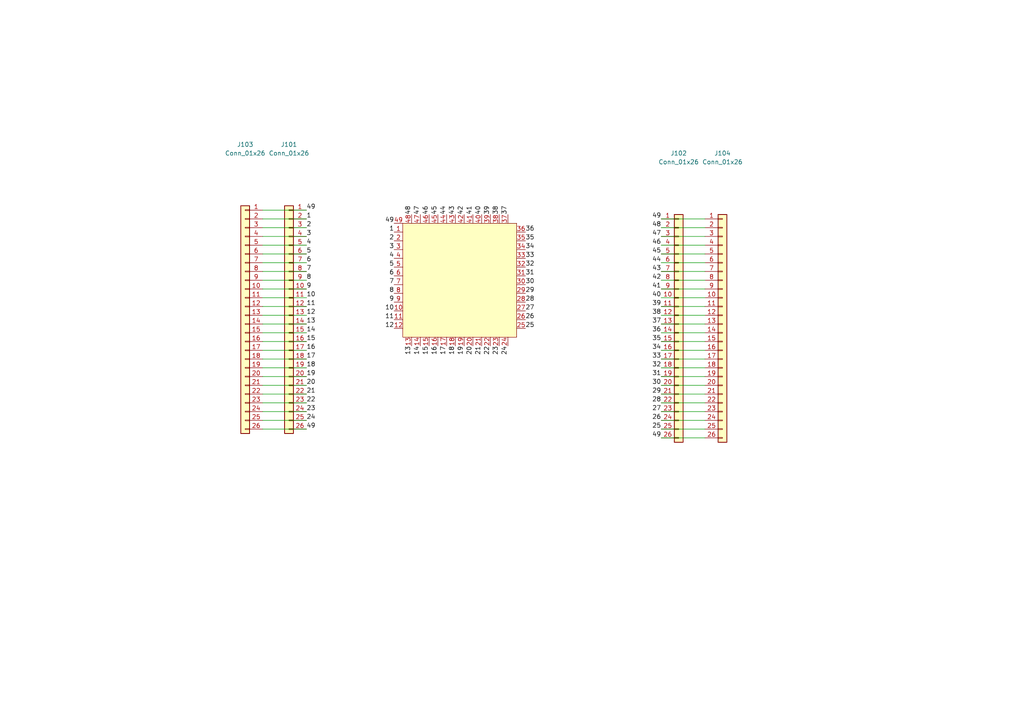
<source format=kicad_sch>
(kicad_sch (version 20250114) (generator "eeschema") (generator_version "9.0")
  (paper "A4")
  (lib_symbols
    (symbol "Connector_Generic:Conn_01x26" (pin_names (offset 1.016) (hide yes))
      (property "Reference" "J" (at 0 33.02 0))
      (property "Value" "Conn_01x26" (at 0 -35.56 0))
      (symbol "Conn_01x26_1_1"
        (rectangle (start -1.27 31.75) (end 1.27 -34.29) (stroke (width 0.254)) (fill (type background)))
        (rectangle (start -1.27 30.607) (end 0 30.353) (stroke (width 0.1524)))
        (rectangle (start -1.27 28.067) (end 0 27.813) (stroke (width 0.1524)))
        (rectangle (start -1.27 25.527) (end 0 25.273) (stroke (width 0.1524)))
        (rectangle (start -1.27 22.987) (end 0 22.733) (stroke (width 0.1524)))
        (rectangle (start -1.27 20.447) (end 0 20.193) (stroke (width 0.1524)))
        (rectangle (start -1.27 17.907) (end 0 17.653) (stroke (width 0.1524)))
        (rectangle (start -1.27 15.367) (end 0 15.113) (stroke (width 0.1524)))
        (rectangle (start -1.27 12.827) (end 0 12.573) (stroke (width 0.1524)))
        (rectangle (start -1.27 10.287) (end 0 10.033) (stroke (width 0.1524)))
        (rectangle (start -1.27 7.747) (end 0 7.493) (stroke (width 0.1524)))
        (rectangle (start -1.27 5.207) (end 0 4.953) (stroke (width 0.1524)))
        (rectangle (start -1.27 2.667) (end 0 2.413) (stroke (width 0.1524)))
        (rectangle (start -1.27 0.127) (end 0 -0.127) (stroke (width 0.1524)))
        (rectangle (start -1.27 -2.413) (end 0 -2.667) (stroke (width 0.1524)))
        (rectangle (start -1.27 -4.953) (end 0 -5.207) (stroke (width 0.1524)))
        (rectangle (start -1.27 -7.493) (end 0 -7.747) (stroke (width 0.1524)))
        (rectangle (start -1.27 -10.033) (end 0 -10.287) (stroke (width 0.1524)))
        (rectangle (start -1.27 -12.573) (end 0 -12.827) (stroke (width 0.1524)))
        (rectangle (start -1.27 -15.113) (end 0 -15.367) (stroke (width 0.1524)))
        (rectangle (start -1.27 -17.653) (end 0 -17.907) (stroke (width 0.1524)))
        (rectangle (start -1.27 -20.193) (end 0 -20.447) (stroke (width 0.1524)))
        (rectangle (start -1.27 -22.733) (end 0 -22.987) (stroke (width 0.1524)))
        (rectangle (start -1.27 -25.273) (end 0 -25.527) (stroke (width 0.1524)))
        (rectangle (start -1.27 -27.813) (end 0 -28.067) (stroke (width 0.1524)))
        (rectangle (start -1.27 -30.353) (end 0 -30.607) (stroke (width 0.1524)))
        (rectangle (start -1.27 -32.893) (end 0 -33.147) (stroke (width 0.1524)))
        (pin passive line (at -5.08 30.48 0) (length 3.81) (name "Pin_1") (number "1"))
        (pin passive line (at -5.08 27.94 0) (length 3.81) (name "Pin_2") (number "2"))
        (pin passive line (at -5.08 25.4 0) (length 3.81) (name "Pin_3") (number "3"))
        (pin passive line (at -5.08 22.86 0) (length 3.81) (name "Pin_4") (number "4"))
        (pin passive line (at -5.08 20.32 0) (length 3.81) (name "Pin_5") (number "5"))
        (pin passive line (at -5.08 17.78 0) (length 3.81) (name "Pin_6") (number "6"))
        (pin passive line (at -5.08 15.24 0) (length 3.81) (name "Pin_7") (number "7"))
        (pin passive line (at -5.08 12.7 0) (length 3.81) (name "Pin_8") (number "8"))
        (pin passive line (at -5.08 10.16 0) (length 3.81) (name "Pin_9") (number "9"))
        (pin passive line (at -5.08 7.62 0) (length 3.81) (name "Pin_10") (number "10"))
        (pin passive line (at -5.08 5.08 0) (length 3.81) (name "Pin_11") (number "11"))
        (pin passive line (at -5.08 2.54 0) (length 3.81) (name "Pin_12") (number "12"))
        (pin passive line (at -5.08 0 0) (length 3.81) (name "Pin_13") (number "13"))
        (pin passive line (at -5.08 -2.54 0) (length 3.81) (name "Pin_14") (number "14"))
        (pin passive line (at -5.08 -5.08 0) (length 3.81) (name "Pin_15") (number "15"))
        (pin passive line (at -5.08 -7.62 0) (length 3.81) (name "Pin_16") (number "16"))
        (pin passive line (at -5.08 -10.16 0) (length 3.81) (name "Pin_17") (number "17"))
        (pin passive line (at -5.08 -12.7 0) (length 3.81) (name "Pin_18") (number "18"))
        (pin passive line (at -5.08 -15.24 0) (length 3.81) (name "Pin_19") (number "19"))
        (pin passive line (at -5.08 -17.78 0) (length 3.81) (name "Pin_20") (number "20"))
        (pin passive line (at -5.08 -20.32 0) (length 3.81) (name "Pin_21") (number "21"))
        (pin passive line (at -5.08 -22.86 0) (length 3.81) (name "Pin_22") (number "22"))
        (pin passive line (at -5.08 -25.4 0) (length 3.81) (name "Pin_23") (number "23"))
        (pin passive line (at -5.08 -27.94 0) (length 3.81) (name "Pin_24") (number "24"))
        (pin passive line (at -5.08 -30.48 0) (length 3.81) (name "Pin_25") (number "25"))
        (pin passive line (at -5.08 -33.02 0) (length 3.81) (name "Pin_26") (number "26"))
      )
    )
    (symbol "Interface_Ethernet:VSC8541XMV-0x"
      (symbol "VSC8541XMV-0x_0_0"
        (pin unspecified line (at -24.13 22.86 0) (length 2.54) (name "") (number "49"))
        (pin unspecified line (at -24.13 20.32 0) (length 2.54) (name "") (number "1"))
        (pin unspecified line (at -24.13 17.78 0) (length 2.54) (name "") (number "2"))
        (pin unspecified line (at -24.13 15.24 0) (length 2.54) (name "") (number "3"))
        (pin unspecified line (at -24.13 12.7 0) (length 2.54) (name "") (number "4"))
        (pin unspecified line (at -24.13 10.16 0) (length 2.54) (name "") (number "5"))
        (pin unspecified line (at -24.13 7.62 0) (length 2.54) (name "") (number "6"))
        (pin unspecified line (at -24.13 5.08 0) (length 2.54) (name "") (number "7"))
        (pin unspecified line (at -24.13 2.54 0) (length 2.54) (name "") (number "8"))
        (pin unspecified line (at -24.13 0 0) (length 2.54) (name "") (number "9"))
        (pin unspecified line (at -24.13 -2.54 0) (length 2.54) (name "") (number "10"))
        (pin unspecified line (at -24.13 -5.08 0) (length 2.54) (name "") (number "11"))
        (pin unspecified line (at -24.13 -7.62 0) (length 2.54) (name "") (number "12"))
        (pin unspecified line (at -19.05 25.4 270) (length 2.54) (name "") (number "48"))
        (pin unspecified line (at -19.05 -12.7 90) (length 2.54) (name "") (number "13"))
        (pin unspecified line (at -16.51 25.4 270) (length 2.54) (name "") (number "47"))
        (pin unspecified line (at -16.51 -12.7 90) (length 2.54) (name "") (number "14"))
        (pin unspecified line (at -13.97 25.4 270) (length 2.54) (name "") (number "46"))
        (pin unspecified line (at -13.97 -12.7 90) (length 2.54) (name "") (number "15"))
        (pin unspecified line (at -11.43 25.4 270) (length 2.54) (name "") (number "45"))
        (pin unspecified line (at -11.43 -12.7 90) (length 2.54) (name "") (number "16"))
        (pin unspecified line (at -8.89 25.4 270) (length 2.54) (name "") (number "44"))
        (pin unspecified line (at -8.89 -12.7 90) (length 2.54) (name "") (number "17"))
        (pin unspecified line (at -6.35 25.4 270) (length 2.54) (name "") (number "43"))
        (pin unspecified line (at -6.35 -12.7 90) (length 2.54) (name "") (number "18"))
        (pin unspecified line (at -3.81 25.4 270) (length 2.54) (name "") (number "42"))
        (pin unspecified line (at -3.81 -12.7 90) (length 2.54) (name "") (number "19"))
        (pin unspecified line (at -1.27 25.4 270) (length 2.54) (name "") (number "41"))
        (pin unspecified line (at -1.27 -12.7 90) (length 2.54) (name "") (number "20"))
        (pin unspecified line (at 1.27 25.4 270) (length 2.54) (name "") (number "40"))
        (pin unspecified line (at 1.27 -12.7 90) (length 2.54) (name "") (number "21"))
        (pin unspecified line (at 3.81 25.4 270) (length 2.54) (name "") (number "39"))
        (pin unspecified line (at 3.81 -12.7 90) (length 2.54) (name "") (number "22"))
        (pin unspecified line (at 6.35 25.4 270) (length 2.54) (name "") (number "38"))
        (pin unspecified line (at 6.35 -12.7 90) (length 2.54) (name "") (number "23"))
        (pin unspecified line (at 8.89 25.4 270) (length 2.54) (name "") (number "37"))
        (pin unspecified line (at 8.89 -12.7 90) (length 2.54) (name "") (number "24"))
        (pin unspecified line (at 13.97 20.32 180) (length 2.54) (name "") (number "36"))
        (pin unspecified line (at 13.97 17.78 180) (length 2.54) (name "") (number "35"))
        (pin unspecified line (at 13.97 15.24 180) (length 2.54) (name "") (number "34"))
        (pin unspecified line (at 13.97 12.7 180) (length 2.54) (name "") (number "33"))
        (pin unspecified line (at 13.97 10.16 180) (length 2.54) (name "") (number "32"))
        (pin unspecified line (at 13.97 7.62 180) (length 2.54) (name "") (number "31"))
        (pin unspecified line (at 13.97 5.08 180) (length 2.54) (name "") (number "30"))
        (pin unspecified line (at 13.97 2.54 180) (length 2.54) (name "") (number "29"))
        (pin unspecified line (at 13.97 0 180) (length 2.54) (name "") (number "28"))
        (pin unspecified line (at 13.97 -2.54 180) (length 2.54) (name "") (number "27"))
        (pin unspecified line (at 13.97 -5.08 180) (length 2.54) (name "") (number "26"))
        (pin unspecified line (at 13.97 -7.62 180) (length 2.54) (name "") (number "25"))
      )
      (symbol "VSC8541XMV-0x_1_1"
        (rectangle (start -21.59 22.86) (end 11.43 -10.16) (fill (type background)))
      )
    )
  )
  (wire (pts (xy 204.47 124.46) (xy 191.77 124.46)))
  (wire (pts (xy 204.47 66.04) (xy 191.77 66.04)))
  (wire (pts (xy 76.2 121.92) (xy 88.9 121.92)))
  (wire (pts (xy 76.2 116.84) (xy 88.9 116.84)))
  (wire (pts (xy 76.2 60.96) (xy 88.9 60.96)))
  (wire (pts (xy 204.47 101.6) (xy 191.77 101.6)))
  (wire (pts (xy 204.47 111.76) (xy 191.77 111.76)))
  (wire (pts (xy 76.2 88.9) (xy 88.9 88.9)))
  (wire (pts (xy 76.2 111.76) (xy 88.9 111.76)))
  (wire (pts (xy 76.2 119.38) (xy 88.9 119.38)))
  (wire (pts (xy 204.47 121.92) (xy 191.77 121.92)))
  (wire (pts (xy 76.2 71.12) (xy 88.9 71.12)))
  (wire (pts (xy 204.47 81.28) (xy 191.77 81.28)))
  (wire (pts (xy 76.2 91.44) (xy 88.9 91.44)))
  (wire (pts (xy 76.2 63.5) (xy 88.9 63.5)))
  (wire (pts (xy 76.2 104.14) (xy 88.9 104.14)))
  (wire (pts (xy 76.2 66.04) (xy 88.9 66.04)))
  (wire (pts (xy 76.2 101.6) (xy 88.9 101.6)))
  (wire (pts (xy 204.47 88.9) (xy 191.77 88.9)))
  (wire (pts (xy 204.47 78.74) (xy 191.77 78.74)))
  (wire (pts (xy 204.47 76.2) (xy 191.77 76.2)))
  (wire (pts (xy 76.2 83.82) (xy 88.9 83.82)))
  (wire (pts (xy 204.47 104.14) (xy 191.77 104.14)))
  (wire (pts (xy 204.47 93.98) (xy 191.77 93.98)))
  (wire (pts (xy 204.47 73.66) (xy 191.77 73.66)))
  (wire (pts (xy 76.2 124.46) (xy 88.9 124.46)))
  (wire (pts (xy 76.2 114.3) (xy 88.9 114.3)))
  (wire (pts (xy 204.47 119.38) (xy 191.77 119.38)))
  (wire (pts (xy 204.47 96.52) (xy 191.77 96.52)))
  (wire (pts (xy 204.47 114.3) (xy 191.77 114.3)))
  (wire (pts (xy 76.2 81.28) (xy 88.9 81.28)))
  (wire (pts (xy 76.2 96.52) (xy 88.9 96.52)))
  (wire (pts (xy 204.47 63.5) (xy 191.77 63.5)))
  (wire (pts (xy 76.2 106.68) (xy 88.9 106.68)))
  (wire (pts (xy 204.47 116.84) (xy 191.77 116.84)))
  (wire (pts (xy 76.2 109.22) (xy 88.9 109.22)))
  (wire (pts (xy 204.47 127) (xy 191.77 127)))
  (wire (pts (xy 76.2 68.58) (xy 88.9 68.58)))
  (wire (pts (xy 204.47 106.68) (xy 191.77 106.68)))
  (wire (pts (xy 204.47 91.44) (xy 191.77 91.44)))
  (wire (pts (xy 76.2 99.06) (xy 88.9 99.06)))
  (wire (pts (xy 204.47 71.12) (xy 191.77 71.12)))
  (wire (pts (xy 76.2 78.74) (xy 88.9 78.74)))
  (wire (pts (xy 204.47 99.06) (xy 191.77 99.06)))
  (wire (pts (xy 204.47 83.82) (xy 191.77 83.82)))
  (wire (pts (xy 76.2 86.36) (xy 88.9 86.36)))
  (wire (pts (xy 204.47 86.36) (xy 191.77 86.36)))
  (wire (pts (xy 76.2 76.2) (xy 88.9 76.2)))
  (wire (pts (xy 204.47 68.58) (xy 191.77 68.58)))
  (wire (pts (xy 76.2 93.98) (xy 88.9 93.98)))
  (wire (pts (xy 76.2 73.66) (xy 88.9 73.66)))
  (wire (pts (xy 204.47 109.22) (xy 191.77 109.22)))
  (label "31" (at 191.77 109.22 180))
  (label "19" (at 88.9 109.22 0))
  (label "29" (at 191.77 114.3 180))
  (label "20" (at 88.9 111.76 0))
  (label "26" (at 191.77 121.92 180))
  (label "43" (at 191.77 78.74 180))
  (label "40" (at 191.77 86.36 180))
  (label "12" (at 88.9 91.44 0))
  (label "23" (at 88.9 119.38 0))
  (label "49" (at 88.9 124.46 0))
  (label "11" (at 88.9 88.9 0))
  (label "10" (at 88.9 86.36 0))
  (label "36" (at 191.77 96.52 180))
  (label "16" (at 88.9 101.6 0))
  (label "14" (at 88.9 96.52 0))
  (label "45" (at 191.77 73.66 180))
  (label "3" (at 88.9 68.58 0))
  (label "39" (at 191.77 88.9 180))
  (label "8" (at 88.9 81.28 0))
  (label "18" (at 88.9 106.68 0))
  (label "4" (at 88.9 71.12 0))
  (label "47" (at 191.77 68.58 180))
  (label "17" (at 88.9 104.14 0))
  (label "37" (at 191.77 93.98 180))
  (label "21" (at 88.9 114.3 0))
  (label "46" (at 191.77 71.12 180))
  (label "35" (at 191.77 99.06 180))
  (label "7" (at 88.9 78.74 0))
  (label "44" (at 191.77 76.2 180))
  (label "13" (at 88.9 93.98 0))
  (label "27" (at 191.77 119.38 180))
  (label "24" (at 88.9 121.92 0))
  (label "15" (at 88.9 99.06 0))
  (label "2" (at 88.9 66.04 0))
  (label "38" (at 191.77 91.44 180))
  (label "48" (at 191.77 66.04 180))
  (label "1" (at 88.9 63.5 0))
  (label "22" (at 88.9 116.84 0))
  (label "32" (at 191.77 106.68 180))
  (label "3" (at 114.3 72.39 180))
  (label "1" (at 114.3 67.31 180))
  (label "2" (at 114.3 69.85 180))
  (label "4" (at 114.3 74.93 180))
  (label "5" (at 114.3 77.47 180))
  (label "6" (at 114.3 80.01 180))
  (label "7" (at 114.3 82.55 180))
  (label "8" (at 114.3 85.09 180))
  (label "10" (at 114.3 90.17 180))
  (label "11" (at 114.3 92.71 180))
  (label "12" (at 114.3 95.25 180))
  (label "9" (at 114.3 87.63 180))
  (label "13" (at 119.38 100.33 270))
  (label "14" (at 121.92 100.33 270))
  (label "15" (at 124.46 100.33 270))
  (label "16" (at 127 100.33 270))
  (label "17" (at 129.54 100.33 270))
  (label "36" (at 152.4 67.31 0))
  (label "37" (at 147.32 62.23 90))
  (label "38" (at 144.78 62.23 90))
  (label "35" (at 152.4 69.85 0))
  (label "40" (at 139.7 62.23 90))
  (label "39" (at 142.24 62.23 90))
  (label "49" (at 114.3 64.77 180))
  (label "48" (at 119.38 62.23 90))
  (label "47" (at 121.92 62.23 90))
  (label "44" (at 129.54 62.23 90))
  (label "43" (at 132.08 62.23 90))
  (label "45" (at 127 62.23 90))
  (label "46" (at 124.46 62.23 90))
  (label "42" (at 134.62 62.23 90))
  (label "41" (at 137.16 62.23 90))
  (label "18" (at 132.08 100.33 270))
  (label "34" (at 152.4 72.39 0))
  (label "21" (at 139.7 100.33 270))
  (label "20" (at 137.16 100.33 270))
  (label "19" (at 134.62 100.33 270))
  (label "22" (at 142.24 100.33 270))
  (label "23" (at 144.78 100.33 270))
  (label "24" (at 147.32 100.33 270))
  (label "25" (at 152.4 95.25 0))
  (label "26" (at 152.4 92.71 0))
  (label "27" (at 152.4 90.17 0))
  (label "28" (at 152.4 87.63 0))
  (label "29" (at 152.4 85.09 0))
  (label "30" (at 152.4 82.55 0))
  (label "31" (at 152.4 80.01 0))
  (label "32" (at 152.4 77.47 0))
  (label "33" (at 152.4 74.93 0))
  (label "34" (at 191.77 101.6 180))
  (label "41" (at 191.77 83.82 180))
  (label "5" (at 88.9 73.66 0))
  (label "30" (at 191.77 111.76 180))
  (label "33" (at 191.77 104.14 180))
  (label "42" (at 191.77 81.28 180))
  (label "49" (at 191.77 63.5 180))
  (label "9" (at 88.9 83.82 0))
  (label "6" (at 88.9 76.2 0))
  (label "28" (at 191.77 116.84 180))
  (label "25" (at 191.77 124.46 180))
  (label "49" (at 88.9 60.96 0))
  (label "49" (at 191.77 127 180))
  (symbol (lib_id "Interface_Ethernet:VSC8541XMV-0x") (at 138.43 87.63 0) (unit 1)
    (property "Reference" "U101" (effects (hide yes)))
    (property "Value" "QFN-48" (effects (hide yes)))
    (property "Footprint" "Package_DFN_QFN:QFN-48-1EP_7x7mm_P0.5mm_EP3.5x3.5mm_ThermalVias" (effects (hide yes)))
  )
  (symbol (lib_id "Connector_Generic:Conn_01x26") (at 209.55 93.98 0) (unit 1)
    (property "Reference" "J104" (at 209.55 44.45 0))
    (property "Value" "Conn_01x26" (at 209.55 46.99 0))
    (property "Footprint" "Connector_PinHeader_2.54mm:PinHeader_1x26_P2.54mm_Vertical_SMD_Pin1Right" (effects (hide yes)))
    (property "Description" "Generic connector, single row, 01x26, script generated (kicad-library-utils/schlib/autogen/connector/)" (effects (hide yes)))
  )
  (symbol (lib_id "Connector_Generic:Conn_01x26") (at 83.82 91.44 0) (mirror y) (unit 1)
    (property "Reference" "J101" (at 83.82 41.91 0))
    (property "Value" "Conn_01x26" (at 83.82 44.45 0))
    (property "Footprint" "Connector_PinHeader_2.54mm:PinHeader_1x26_P2.54mm_Vertical" (effects (hide yes)))
    (property "Description" "Generic connector, single row, 01x26, script generated (kicad-library-utils/schlib/autogen/connector/)" (effects (hide yes)))
  )
  (symbol (lib_id "Connector_Generic:Conn_01x26") (at 196.85 93.98 0) (unit 1)
    (property "Reference" "J102" (at 196.85 44.45 0))
    (property "Value" "Conn_01x26" (at 196.85 46.99 0))
    (property "Footprint" "Connector_PinHeader_2.54mm:PinHeader_1x26_P2.54mm_Vertical" (effects (hide yes)))
    (property "Description" "Generic connector, single row, 01x26, script generated (kicad-library-utils/schlib/autogen/connector/)" (effects (hide yes)))
  )
  (symbol (lib_id "Connector_Generic:Conn_01x26") (at 71.12 91.44 0) (mirror y) (unit 1)
    (property "Reference" "J103" (at 71.12 41.91 0))
    (property "Value" "Conn_01x26" (at 71.12 44.45 0))
    (property "Footprint" "Connector_PinHeader_2.54mm:PinHeader_1x26_P2.54mm_Vertical_SMD_Pin1Left" (effects (hide yes)))
    (property "Description" "Generic connector, single row, 01x26, script generated (kicad-library-utils/schlib/autogen/connector/)" (effects (hide yes)))
  )
)
</source>
